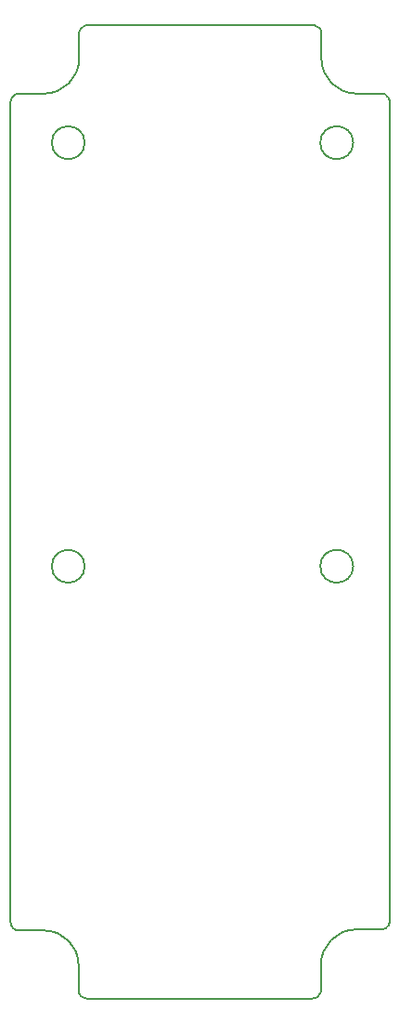
<source format=gbr>
%TF.GenerationSoftware,KiCad,Pcbnew,5.1.9*%
%TF.CreationDate,2021-02-01T12:12:55-08:00*%
%TF.ProjectId,MainBoard,4d61696e-426f-4617-9264-2e6b69636164,rev?*%
%TF.SameCoordinates,Original*%
%TF.FileFunction,Profile,NP*%
%FSLAX46Y46*%
G04 Gerber Fmt 4.6, Leading zero omitted, Abs format (unit mm)*
G04 Created by KiCad (PCBNEW 5.1.9) date 2021-02-01 12:12:55*
%MOMM*%
%LPD*%
G01*
G04 APERTURE LIST*
%TA.AperFunction,Profile*%
%ADD10C,0.200000*%
%TD*%
G04 APERTURE END LIST*
D10*
X114250000Y-61900000D02*
G75*
G02*
X111050000Y-58700000I0J3200000D01*
G01*
X116500342Y-61900000D02*
X114249999Y-61900000D01*
X117284667Y-62543764D02*
X117299999Y-62699657D01*
X117239208Y-62393747D02*
X117284667Y-62543764D01*
X117165277Y-62255365D02*
X117239208Y-62393747D01*
X117065827Y-62134172D02*
X117165277Y-62255365D01*
X116944634Y-62034722D02*
X117065827Y-62134172D01*
X116806252Y-61960791D02*
X116944634Y-62034722D01*
X116656235Y-61915332D02*
X116806252Y-61960791D01*
X116500342Y-61900000D02*
X116656235Y-61915332D01*
X117299999Y-137250342D02*
X117300000Y-62699657D01*
X116656235Y-138034667D02*
X116500342Y-138049999D01*
X116806252Y-137989208D02*
X116656235Y-138034667D01*
X116944634Y-137915277D02*
X116806252Y-137989208D01*
X117065827Y-137815827D02*
X116944634Y-137915277D01*
X117165277Y-137694634D02*
X117065827Y-137815827D01*
X117239208Y-137556252D02*
X117165277Y-137694634D01*
X117284667Y-137406235D02*
X117239208Y-137556252D01*
X117299999Y-137250342D02*
X117284667Y-137406235D01*
X114250000Y-138050000D02*
X116500342Y-138050000D01*
X111000000Y-141300000D02*
G75*
G02*
X114250000Y-138050000I3250000J0D01*
G01*
X111000000Y-143550342D02*
X111000000Y-141300000D01*
X110356235Y-144334667D02*
X110200342Y-144349999D01*
X110506252Y-144289208D02*
X110356235Y-144334667D01*
X110644634Y-144215277D02*
X110506252Y-144289208D01*
X110765827Y-144115827D02*
X110644634Y-144215277D01*
X110865277Y-143994634D02*
X110765827Y-144115827D01*
X110939208Y-143856252D02*
X110865277Y-143994634D01*
X110984667Y-143706235D02*
X110939208Y-143856252D01*
X110999999Y-143550342D02*
X110984667Y-143706235D01*
X89699657Y-144350000D02*
X110200342Y-144350000D01*
X82715332Y-137506235D02*
X82700000Y-137350342D01*
X82760791Y-137656252D02*
X82715332Y-137506235D01*
X82834722Y-137794634D02*
X82760791Y-137656252D01*
X82934172Y-137915827D02*
X82834722Y-137794634D01*
X83055365Y-138015277D02*
X82934172Y-137915827D01*
X83193747Y-138089208D02*
X83055365Y-138015277D01*
X83343764Y-138134667D02*
X83193747Y-138089208D01*
X83499657Y-138149999D02*
X83343764Y-138134667D01*
X82699999Y-62699657D02*
X82700000Y-137350342D01*
X83499657Y-138150000D02*
X85750000Y-138150000D01*
X85750000Y-138150000D02*
G75*
G02*
X88900000Y-141300000I0J-3150000D01*
G01*
X88899999Y-141300000D02*
X88899999Y-143550342D01*
X88915332Y-143706235D02*
X88900000Y-143550342D01*
X88960791Y-143856252D02*
X88915332Y-143706235D01*
X89034722Y-143994634D02*
X88960791Y-143856252D01*
X89134172Y-144115827D02*
X89034722Y-143994634D01*
X89255365Y-144215277D02*
X89134172Y-144115827D01*
X89393747Y-144289208D02*
X89255365Y-144215277D01*
X89543764Y-144334667D02*
X89393747Y-144289208D01*
X89699657Y-144349999D02*
X89543764Y-144334667D01*
X111050000Y-58700000D02*
X111050000Y-56449657D01*
X111034667Y-56293764D02*
X111049999Y-56449657D01*
X110989208Y-56143747D02*
X111034667Y-56293764D01*
X110915277Y-56005365D02*
X110989208Y-56143747D01*
X110815827Y-55884172D02*
X110915277Y-56005365D01*
X110694634Y-55784722D02*
X110815827Y-55884172D01*
X110556252Y-55710791D02*
X110694634Y-55784722D01*
X110406235Y-55665332D02*
X110556252Y-55710791D01*
X110250342Y-55650000D02*
X110406235Y-55665332D01*
X110250342Y-55650000D02*
X89749657Y-55650000D01*
X89452372Y-104965253D02*
G75*
G03*
X89452372Y-104965253I-1500000J0D01*
G01*
X113947627Y-104965253D02*
G75*
G03*
X113947627Y-104965253I-1500000J0D01*
G01*
X113947627Y-66373452D02*
G75*
G03*
X113947627Y-66373452I-1500000J0D01*
G01*
X88950000Y-56449657D02*
X88950000Y-58700000D01*
X89452372Y-66373452D02*
G75*
G03*
X89452372Y-66373452I-1500000J0D01*
G01*
X85750000Y-61900000D02*
X83499657Y-61900000D01*
X89593764Y-55665332D02*
X89749657Y-55650000D01*
X89443747Y-55710791D02*
X89593764Y-55665332D01*
X89305365Y-55784722D02*
X89443747Y-55710791D01*
X89184172Y-55884172D02*
X89305365Y-55784722D01*
X89084722Y-56005365D02*
X89184172Y-55884172D01*
X89010791Y-56143747D02*
X89084722Y-56005365D01*
X88965332Y-56293764D02*
X89010791Y-56143747D01*
X88950000Y-56449657D02*
X88965332Y-56293764D01*
X88950000Y-58700000D02*
G75*
G02*
X85750000Y-61900000I-3200000J0D01*
G01*
X83343764Y-61915332D02*
X83499657Y-61900000D01*
X83193747Y-61960791D02*
X83343764Y-61915332D01*
X83055365Y-62034722D02*
X83193747Y-61960791D01*
X82934172Y-62134172D02*
X83055365Y-62034722D01*
X82834722Y-62255365D02*
X82934172Y-62134172D01*
X82760791Y-62393747D02*
X82834722Y-62255365D01*
X82715332Y-62543764D02*
X82760791Y-62393747D01*
X82700000Y-62699657D02*
X82715332Y-62543764D01*
M02*

</source>
